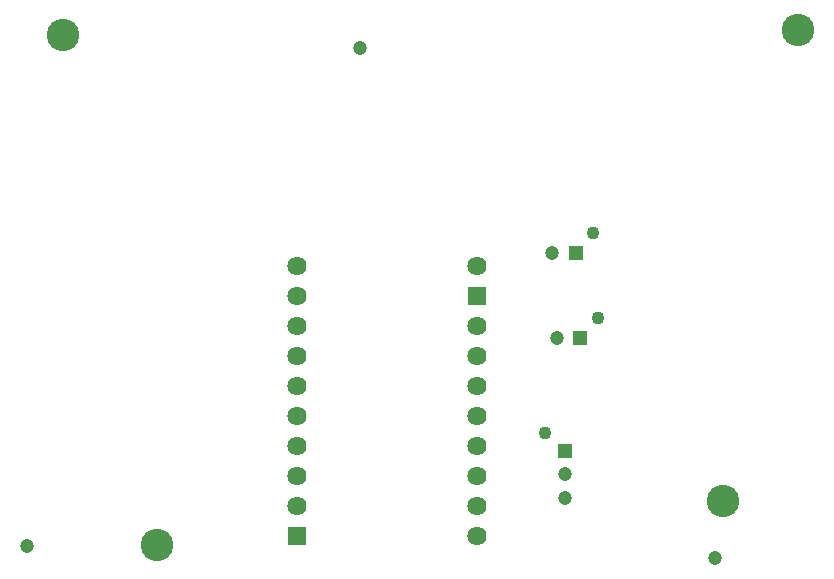
<source format=gbr>
%TF.GenerationSoftware,Altium Limited,Altium Designer,23.1.1 (15)*%
G04 Layer_Color=16711935*
%FSLAX45Y45*%
%MOMM*%
%TF.SameCoordinates,4E948076-F00C-46A4-8CE1-B66C86AC089E*%
%TF.FilePolarity,Negative*%
%TF.FileFunction,Soldermask,Bot*%
%TF.Part,Single*%
G01*
G75*
%TA.AperFunction,ComponentPad*%
%ADD14C,1.20000*%
%ADD15R,1.20000X1.20000*%
%ADD16C,1.10000*%
%ADD19R,1.20000X1.20000*%
%TA.AperFunction,ViaPad*%
%ADD27C,2.74320*%
%TA.AperFunction,ComponentPad*%
%ADD28C,1.62560*%
%ADD29R,1.57480X1.57480*%
%TA.AperFunction,ViaPad*%
%ADD30C,1.20320*%
D14*
X4662500Y2864399D02*
D03*
X4624400Y3588299D02*
D03*
X4737100Y1511300D02*
D03*
Y1711300D02*
D03*
D15*
X4862500Y2864399D02*
D03*
X4824400Y3588299D02*
D03*
D16*
X5012502Y3034401D02*
D03*
X4974402Y3758301D02*
D03*
X4567098Y2061301D02*
D03*
D19*
X4737100Y1911299D02*
D03*
D27*
X1282700Y1117600D02*
D03*
X6070600Y1485900D02*
D03*
X6705600Y5473700D02*
D03*
X482600Y5435600D02*
D03*
D28*
X3990340Y3479800D02*
D03*
Y2971800D02*
D03*
Y2717800D02*
D03*
Y2463800D02*
D03*
Y2209800D02*
D03*
Y1955800D02*
D03*
Y1701800D02*
D03*
Y1447800D02*
D03*
Y1193800D02*
D03*
X2463800Y3479800D02*
D03*
Y3225800D02*
D03*
Y2971800D02*
D03*
Y2717800D02*
D03*
Y2463800D02*
D03*
Y2209800D02*
D03*
Y1955800D02*
D03*
Y1701800D02*
D03*
Y1447800D02*
D03*
D29*
X3990340Y3225800D02*
D03*
X2463800Y1193800D02*
D03*
D30*
X2997200Y5321300D02*
D03*
X6007100Y1003300D02*
D03*
X177800Y1104900D02*
D03*
%TF.MD5,a24cac4e99f0a987224e076a3a10868d*%
M02*

</source>
